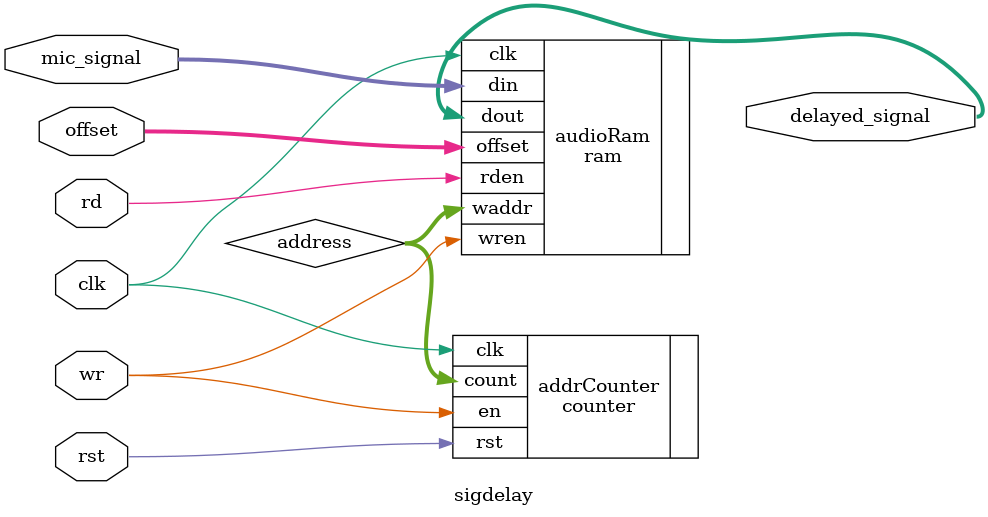
<source format=sv>
module sigdelay #(
    parameter A_WIDTH = 9,
    parameter D_WIDTH = 8
)(
    input logic                 clk,   
    input logic                 rst,  
    input logic                 wr,    
    input logic                 rd, 
    input logic [A_WIDTH-1:0]   offset,
    input logic [D_WIDTH-1:0]   mic_signal,
    output logic [D_WIDTH-1:0]  delayed_signal
);

    logic [A_WIDTH-1:0]     address;    // interconnect wire

counter addrCounter (
    .clk    (clk),
    .rst    (rst),
    .en     (wr),
    .count  (address)
);

ram audioRam (
    .clk        (clk),
    .wren       (wr),
    .rden       (rd),
    .waddr      (address),
    .offset     (offset),
    .din        (mic_signal),
    .dout       (delayed_signal)
);

endmodule
</source>
